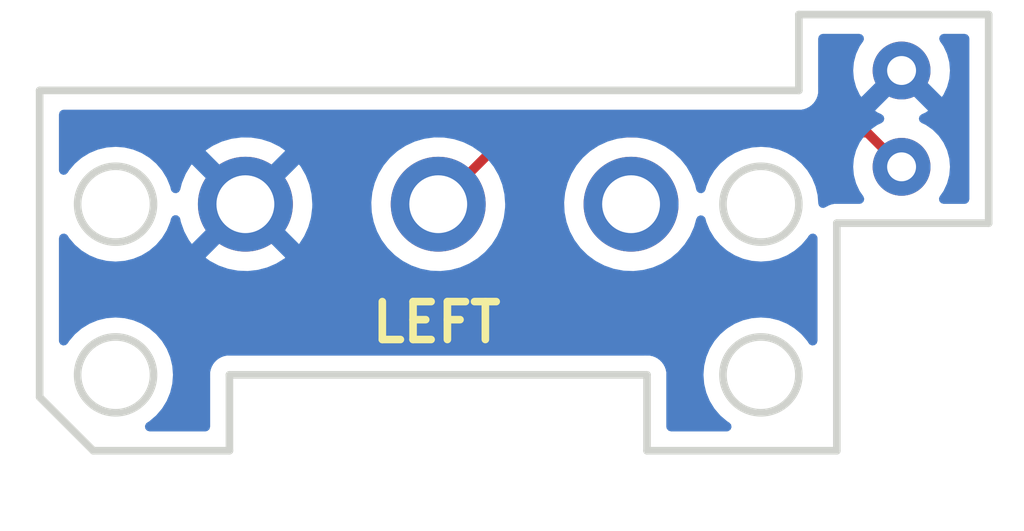
<source format=kicad_pcb>
(kicad_pcb (version 20211014) (generator pcbnew)
  (layers (0 "F.Cu" signal) (31 "B.Cu" signal) (34 "B.Paste" user) (35 "F.Paste" user) (36 "B.SilkS" user "B.Silkscreen") (37 "F.SilkS" user "F.Silkscreen") (38 "B.Mask" user) (39 "F.Mask" user) (44 "Edge.Cuts" user))
  (net 0 "")
  (net 1 "NO")
  (net 2 "GND")
  (footprint "133Library:2holes" (layer "F.Cu") (at 46.75 19.589)
    (fp_text reference "U1" hide)
    (fp_text value "2holes" hide)
    (pad "1" thru_hole circle locked (at 0 1.27) (size 1.524 1.524) (drill 0.762) (layers *.Cu *.Mask) (net 2 "GND"))
    (pad "2" thru_hole circle locked (at 0 3.81) (size 1.524 1.524) (drill 0.762) (layers *.Cu *.Mask) (net 1 "NO"))
  )
  (footprint "133Library:7305 Socket" (layer "F.Cu") (at 34.544 24.384)
    (fp_text reference "SW1" hide)
    (fp_text value "MouseSwitch" hide)
    (pad "1" thru_hole circle (at -5.08 0) (size 2.5 2.5) (drill 1.524) (layers *.Cu *.Mask) (net 2 "GND"))
    (pad "2" thru_hole circle (at 0 0) (size 2.5 2.5) (drill 1.524) (layers *.Cu *.Mask) (net 1 "NO"))
    (pad "3" thru_hole circle (at 5.08 0) (size 2.5 2.5) (drill 1.524) (layers *.Cu *.Mask))
  )
  (gr_circle (center 26.044 28.884) (end 26.044 29.884002) (layer "Edge.Cuts") (width 0.2) (fill none))
  (gr_line (start 44.04401 21.384) (end 44.04401 19.384) (layer "Edge.Cuts") (width 0.2))
  (gr_line (start 45.04401 24.884) (end 45.04401 30.884) (layer "Edge.Cuts") (width 0.2))
  (gr_line (start 49.04401 24.884) (end 45.04401 24.884) (layer "Edge.Cuts") (width 0.2))
  (gr_circle (center 43.04401 24.384) (end 43.04401 25.384002) (layer "Edge.Cuts") (width 0.2) (fill none))
  (gr_line (start 45.04401 30.884) (end 40.044 30.884) (layer "Edge.Cuts") (width 0.2))
  (gr_line (start 29.044 28.884) (end 29.044 30.884) (layer "Edge.Cuts") (width 0.2))
  (gr_line (start 29.044 30.884) (end 25.45822 30.884) (layer "Edge.Cuts") (width 0.2))
  (gr_line (start 24.044 21.384) (end 44.04401 21.384) (layer "Edge.Cuts") (width 0.2))
  (gr_line (start 44.04401 19.384) (end 49.04401 19.384) (layer "Edge.Cuts") (width 0.2))
  (gr_line (start 40.044 30.884) (end 40.044 28.884) (layer "Edge.Cuts") (width 0.2))
  (gr_circle (center 26.044 24.384) (end 26.044 25.384002) (layer "Edge.Cuts") (width 0.2) (fill none))
  (gr_line (start 24.044 29.46979) (end 24.044 21.384) (layer "Edge.Cuts") (width 0.2))
  (gr_circle (center 43.04401 28.884) (end 43.04401 29.884002) (layer "Edge.Cuts") (width 0.2) (fill none))
  (gr_line (start 25.45822 30.884) (end 24.044 29.46979) (layer "Edge.Cuts") (width 0.2))
  (gr_line (start 49.04401 19.384) (end 49.04401 24.884) (layer "Edge.Cuts") (width 0.2))
  (gr_line (start 40.044 28.884) (end 29.044 28.884) (layer "Edge.Cuts") (width 0.2))
  (gr_text "LEFT" (at 34.5 27.5) (layer "F.SilkS") (effects (font (size 1 1) (thickness 0.2))))
  (segment (start 36.428 22.5) (end 45.851 22.5) (width 0.25) (layer "F.Cu") (net 1))
  (segment (start 45.851 22.5) (end 46.75 23.399) (width 0.25) (layer "F.Cu") (net 1))
  (segment (start 34.544 24.384) (end 36.428 22.5) (width 0.25) (layer "F.Cu") (net 1))
  (zone (net 2) (net_name "GND") (layer "B.Cu") (connect_pads (clearance 0.508)) (min_thickness 0.254) (fill yes (thermal_gap 0.508) (thermal_bridge_width 0.508))
    (polygon (pts (xy 50 33) (xy 23 33) (xy 23 19) (xy 50 19)))
  )
)
</source>
